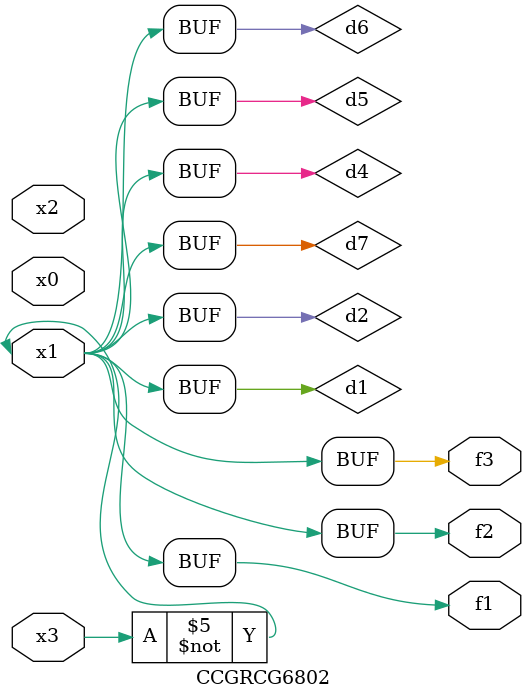
<source format=v>
module CCGRCG6802(
	input x0, x1, x2, x3,
	output f1, f2, f3
);

	wire d1, d2, d3, d4, d5, d6, d7;

	not (d1, x3);
	buf (d2, x1);
	xnor (d3, d1, d2);
	nor (d4, d1);
	buf (d5, d1, d2);
	buf (d6, d4, d5);
	nand (d7, d4);
	assign f1 = d6;
	assign f2 = d7;
	assign f3 = d6;
endmodule

</source>
